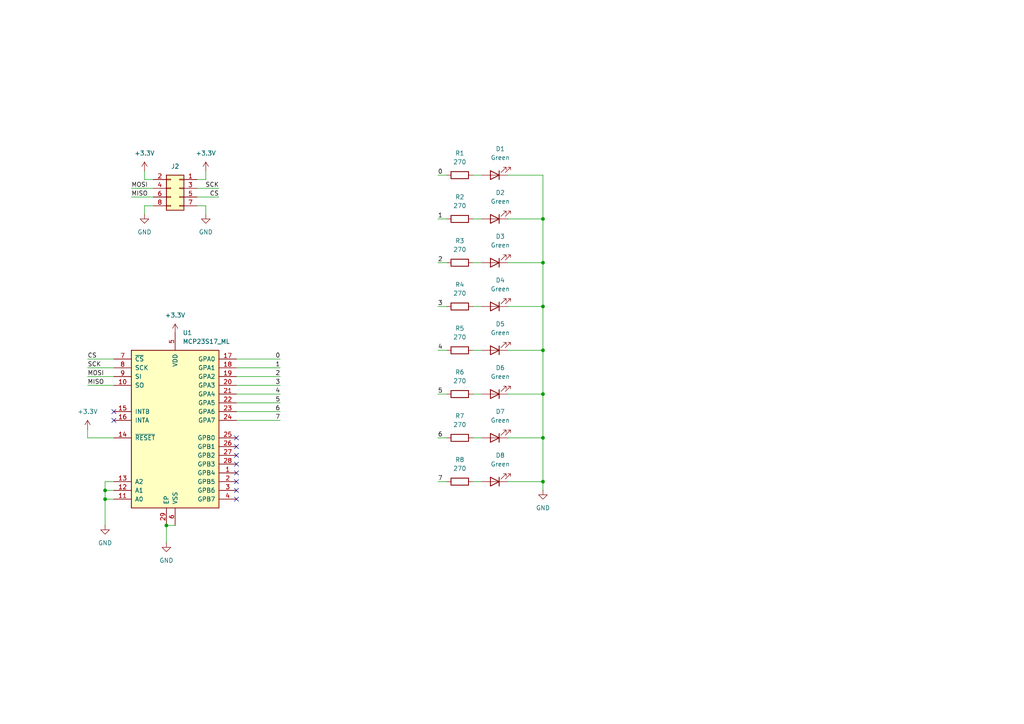
<source format=kicad_sch>
(kicad_sch (version 20231120) (generator "eeschema") (generator_version "8.0")
  (paper "A4")
  (title_block (title "${article} v${version}"))
  (lib_symbols
    (symbol "kicad_inventree_lib:LED_green_1206_reverse" (pin_numbers hide) (pin_names (offset 1.016) hide)
      (property "Reference" "D" (at 0 2.54 0))
      (property "Value" "Green" (at 0 -2.54 0))
      (symbol "LED_green_1206_reverse_0_1"
        (polyline (pts (xy -1.27 -1.27) (xy -1.27 1.27)) (stroke (width 0.254)))
        (polyline (pts (xy -1.27 0) (xy 1.27 0)))
        (polyline (pts (xy 1.27 -1.27) (xy 1.27 1.27) (xy -1.27 0) (xy 1.27 -1.27)) (stroke (width 0.254)))
        (polyline (pts (xy -3.048 -0.762) (xy -4.572 -2.286) (xy -3.81 -2.286) (xy -4.572 -2.286) (xy -4.572 -1.524)))
        (polyline (pts (xy -1.778 -0.762) (xy -3.302 -2.286) (xy -2.54 -2.286) (xy -3.302 -2.286) (xy -3.302 -1.524)))
      )
      (symbol "LED_green_1206_reverse_1_1"
        (pin passive line (at -3.81 0 0) (length 2.54) (name "K") (number "1"))
        (pin passive line (at 3.81 0 180) (length 2.54) (name "A") (number "2"))
      )
    )
    (symbol "kicad_inventree_lib:MCP23S17_ML" (pin_names (offset 1.016))
      (property "Reference" "U" (at -11.43 24.13 0))
      (property "Value" "MCP23S17_ML" (at 0 0 0))
      (symbol "MCP23S17_ML_0_1"
        (rectangle (start -12.7 22.86) (end 12.7 -22.86) (stroke (width 0.254)) (fill (type background)))
      )
      (symbol "MCP23S17_ML_1_1"
        (pin bidirectional line (at 17.78 -12.7 180) (length 5.08) (name "GPB4") (number "1"))
        (pin output line (at -17.78 12.7 0) (length 5.08) (name "SO") (number "10"))
        (pin input line (at -17.78 -20.32 0) (length 5.08) (name "A0") (number "11"))
        (pin input line (at -17.78 -17.78 0) (length 5.08) (name "A1") (number "12"))
        (pin input line (at -17.78 -15.24 0) (length 5.08) (name "A2") (number "13"))
        (pin input line (at -17.78 -2.54 0) (length 5.08) (name "~{RESET}") (number "14"))
        (pin tri_state line (at -17.78 5.08 0) (length 5.08) (name "INTB") (number "15"))
        (pin tri_state line (at -17.78 2.54 0) (length 5.08) (name "INTA") (number "16"))
        (pin bidirectional line (at 17.78 20.32 180) (length 5.08) (name "GPA0") (number "17"))
        (pin bidirectional line (at 17.78 17.78 180) (length 5.08) (name "GPA1") (number "18"))
        (pin bidirectional line (at 17.78 15.24 180) (length 5.08) (name "GPA2") (number "19"))
        (pin bidirectional line (at 17.78 -15.24 180) (length 5.08) (name "GPB5") (number "2"))
        (pin bidirectional line (at 17.78 12.7 180) (length 5.08) (name "GPA3") (number "20"))
        (pin bidirectional line (at 17.78 10.16 180) (length 5.08) (name "GPA4") (number "21"))
        (pin bidirectional line (at 17.78 7.62 180) (length 5.08) (name "GPA5") (number "22"))
        (pin bidirectional line (at 17.78 5.08 180) (length 5.08) (name "GPA6") (number "23"))
        (pin bidirectional line (at 17.78 2.54 180) (length 5.08) (name "GPA7") (number "24"))
        (pin bidirectional line (at 17.78 -2.54 180) (length 5.08) (name "GPB0") (number "25"))
        (pin bidirectional line (at 17.78 -5.08 180) (length 5.08) (name "GPB1") (number "26"))
        (pin bidirectional line (at 17.78 -7.62 180) (length 5.08) (name "GPB2") (number "27"))
        (pin bidirectional line (at 17.78 -10.16 180) (length 5.08) (name "GPB3") (number "28"))
        (pin passive line (at -2.54 -27.94 90) (length 5.08) (name "EP") (number "29"))
        (pin bidirectional line (at 17.78 -17.78 180) (length 5.08) (name "GPB6") (number "3"))
        (pin bidirectional line (at 17.78 -20.32 180) (length 5.08) (name "GPB7") (number "4"))
        (pin power_in line (at 0 27.94 270) (length 5.08) (name "VDD") (number "5"))
        (pin power_in line (at 0 -27.94 90) (length 5.08) (name "VSS") (number "6"))
        (pin input line (at -17.78 20.32 0) (length 5.08) (name "~{CS}") (number "7"))
        (pin input line (at -17.78 17.78 0) (length 5.08) (name "SCK") (number "8"))
        (pin input line (at -17.78 15.24 0) (length 5.08) (name "SI") (number "9"))
      )
    )
    (symbol "kicad_inventree_lib:PinHeader_02x04_P2.54_THT_angle" (pin_names (offset 1.016) hide)
      (property "Reference" "J" (at 1.27 5.08 0))
      (property "Value" "PinHeader_02x04_P2.54_THT_angle" (at 1.27 -7.62 0))
      (symbol "PinHeader_02x04_P2.54_THT_angle_1_1"
        (rectangle (start -1.27 -4.953) (end 0 -5.207) (stroke (width 0.1524)))
        (rectangle (start -1.27 -2.413) (end 0 -2.667) (stroke (width 0.1524)))
        (rectangle (start -1.27 0.127) (end 0 -0.127) (stroke (width 0.1524)))
        (rectangle (start -1.27 2.667) (end 0 2.413) (stroke (width 0.1524)))
        (rectangle (start -1.27 3.81) (end 3.81 -6.35) (stroke (width 0.254)) (fill (type background)))
        (rectangle (start 3.81 -4.953) (end 2.54 -5.207) (stroke (width 0.1524)))
        (rectangle (start 3.81 -2.413) (end 2.54 -2.667) (stroke (width 0.1524)))
        (rectangle (start 3.81 0.127) (end 2.54 -0.127) (stroke (width 0.1524)))
        (rectangle (start 3.81 2.667) (end 2.54 2.413) (stroke (width 0.1524)))
        (pin passive line (at -5.08 2.54 0) (length 3.81) (name "Pin_1") (number "1"))
        (pin passive line (at 7.62 2.54 180) (length 3.81) (name "Pin_2") (number "2"))
        (pin passive line (at -5.08 0 0) (length 3.81) (name "Pin_3") (number "3"))
        (pin passive line (at 7.62 0 180) (length 3.81) (name "Pin_4") (number "4"))
        (pin passive line (at -5.08 -2.54 0) (length 3.81) (name "Pin_5") (number "5"))
        (pin passive line (at 7.62 -2.54 180) (length 3.81) (name "Pin_6") (number "6"))
        (pin passive line (at -5.08 -5.08 0) (length 3.81) (name "Pin_7") (number "7"))
        (pin passive line (at 7.62 -5.08 180) (length 3.81) (name "Pin_8") (number "8"))
      )
    )
    (symbol "kicad_inventree_lib:R_270_1206_1%" (pin_numbers hide) (pin_names (offset 0))
      (property "Reference" "R" (at 2.032 0 90))
      (property "Value" "270" (at 0 0 90))
      (symbol "R_270_1206_1%_0_1"
        (rectangle (start -1.016 -2.54) (end 1.016 2.54) (stroke (width 0.254)))
      )
      (symbol "R_270_1206_1%_1_1"
        (pin passive line (at 0 3.81 270) (length 1.27) (name "~") (number "1"))
        (pin passive line (at 0 -3.81 90) (length 1.27) (name "~") (number "2"))
      )
    )
    (symbol "power:+3.3V" (power) (pin_numbers hide) (pin_names (offset 0) hide)
      (property "Value" "+3.3V" (at 0 3.556 0))
      (symbol "+3.3V_0_1"
        (polyline (pts (xy -0.762 1.27) (xy 0 2.54)))
        (polyline (pts (xy 0 0) (xy 0 2.54)))
        (polyline (pts (xy 0 2.54) (xy 0.762 1.27)))
      )
      (symbol "+3.3V_1_1"
        (pin power_in line (at 0 0 90) (length 0) (name "~") (number "1"))
      )
    )
    (symbol "power:GND" (power) (pin_numbers hide) (pin_names (offset 0) hide)
      (property "Value" "GND" (at 0 -3.81 0))
      (symbol "GND_0_1"
        (polyline (pts (xy 0 0) (xy 0 -1.27) (xy 1.27 -1.27) (xy 0 -2.54) (xy -1.27 -1.27) (xy 0 -1.27)))
      )
      (symbol "GND_1_1"
        (pin power_in line (at 0 0 270) (length 0) (name "~") (number "1"))
      )
    )
  )
  (junction (at 157.48 101.6))
  (junction (at 157.48 63.5))
  (junction (at 30.48 142.24))
  (junction (at 157.48 88.9))
  (junction (at 157.48 139.7))
  (junction (at 157.48 76.2))
  (junction (at 48.26 152.4))
  (junction (at 157.48 114.3))
  (junction (at 157.48 127))
  (junction (at 30.48 144.78))
  (no_connect (at 68.58 134.62))
  (no_connect (at 68.58 144.78))
  (no_connect (at 33.02 119.38))
  (no_connect (at 68.58 137.16))
  (no_connect (at 33.02 121.92))
  (no_connect (at 68.58 132.08))
  (no_connect (at 68.58 129.54))
  (no_connect (at 68.58 139.7))
  (no_connect (at 68.58 127))
  (no_connect (at 68.58 142.24))
  (wire (pts (xy 68.58 111.76) (xy 81.28 111.76)))
  (wire (pts (xy 33.02 142.24) (xy 30.48 142.24)))
  (wire (pts (xy 147.32 127) (xy 157.48 127)))
  (wire (pts (xy 157.48 101.6) (xy 157.48 114.3)))
  (wire (pts (xy 127 139.7) (xy 129.54 139.7)))
  (wire (pts (xy 68.58 121.92) (xy 81.28 121.92)))
  (wire (pts (xy 59.69 52.07) (xy 57.15 52.07)))
  (wire (pts (xy 68.58 109.22) (xy 81.28 109.22)))
  (wire (pts (xy 41.91 52.07) (xy 41.91 49.53)))
  (wire (pts (xy 68.58 114.3) (xy 81.28 114.3)))
  (wire (pts (xy 157.48 63.5) (xy 157.48 76.2)))
  (wire (pts (xy 127 114.3) (xy 129.54 114.3)))
  (wire (pts (xy 147.32 139.7) (xy 157.48 139.7)))
  (wire (pts (xy 147.32 101.6) (xy 157.48 101.6)))
  (wire (pts (xy 25.4 127) (xy 25.4 124.46)))
  (wire (pts (xy 157.48 139.7) (xy 157.48 142.24)))
  (wire (pts (xy 137.16 127) (xy 139.7 127)))
  (wire (pts (xy 38.1 54.61) (xy 44.45 54.61)))
  (wire (pts (xy 38.1 57.15) (xy 44.45 57.15)))
  (wire (pts (xy 30.48 139.7) (xy 30.48 142.24)))
  (wire (pts (xy 137.16 114.3) (xy 139.7 114.3)))
  (wire (pts (xy 137.16 76.2) (xy 139.7 76.2)))
  (wire (pts (xy 30.48 152.4) (xy 30.48 144.78)))
  (wire (pts (xy 59.69 59.69) (xy 57.15 59.69)))
  (wire (pts (xy 30.48 142.24) (xy 30.48 144.78)))
  (wire (pts (xy 137.16 88.9) (xy 139.7 88.9)))
  (wire (pts (xy 157.48 114.3) (xy 157.48 127)))
  (wire (pts (xy 157.48 88.9) (xy 157.48 101.6)))
  (wire (pts (xy 147.32 88.9) (xy 157.48 88.9)))
  (wire (pts (xy 147.32 76.2) (xy 157.48 76.2)))
  (wire (pts (xy 137.16 63.5) (xy 139.7 63.5)))
  (wire (pts (xy 59.69 49.53) (xy 59.69 52.07)))
  (wire (pts (xy 157.48 50.8) (xy 157.48 63.5)))
  (wire (pts (xy 25.4 106.68) (xy 33.02 106.68)))
  (wire (pts (xy 57.15 54.61) (xy 63.5 54.61)))
  (wire (pts (xy 127 63.5) (xy 129.54 63.5)))
  (wire (pts (xy 25.4 104.14) (xy 33.02 104.14)))
  (wire (pts (xy 57.15 57.15) (xy 63.5 57.15)))
  (wire (pts (xy 68.58 106.68) (xy 81.28 106.68)))
  (wire (pts (xy 44.45 59.69) (xy 41.91 59.69)))
  (wire (pts (xy 127 127) (xy 129.54 127)))
  (wire (pts (xy 127 76.2) (xy 129.54 76.2)))
  (wire (pts (xy 59.69 62.23) (xy 59.69 59.69)))
  (wire (pts (xy 30.48 144.78) (xy 33.02 144.78)))
  (wire (pts (xy 68.58 104.14) (xy 81.28 104.14)))
  (wire (pts (xy 48.26 152.4) (xy 50.8 152.4)))
  (wire (pts (xy 147.32 63.5) (xy 157.48 63.5)))
  (wire (pts (xy 137.16 50.8) (xy 139.7 50.8)))
  (wire (pts (xy 68.58 116.84) (xy 81.28 116.84)))
  (wire (pts (xy 147.32 114.3) (xy 157.48 114.3)))
  (wire (pts (xy 127 88.9) (xy 129.54 88.9)))
  (wire (pts (xy 127 101.6) (xy 129.54 101.6)))
  (wire (pts (xy 147.32 50.8) (xy 157.48 50.8)))
  (wire (pts (xy 157.48 127) (xy 157.48 139.7)))
  (wire (pts (xy 41.91 59.69) (xy 41.91 62.23)))
  (wire (pts (xy 137.16 101.6) (xy 139.7 101.6)))
  (wire (pts (xy 68.58 119.38) (xy 81.28 119.38)))
  (wire (pts (xy 137.16 139.7) (xy 139.7 139.7)))
  (wire (pts (xy 44.45 52.07) (xy 41.91 52.07)))
  (wire (pts (xy 48.26 152.4) (xy 48.26 157.48)))
  (wire (pts (xy 127 50.8) (xy 129.54 50.8)))
  (wire (pts (xy 25.4 109.22) (xy 33.02 109.22)))
  (wire (pts (xy 33.02 139.7) (xy 30.48 139.7)))
  (wire (pts (xy 25.4 111.76) (xy 33.02 111.76)))
  (wire (pts (xy 157.48 76.2) (xy 157.48 88.9)))
  (wire (pts (xy 33.02 127) (xy 25.4 127)))
  (label "3" (at 127 88.9 0))
  (label "2" (at 81.28 109.22 180))
  (label "SCK" (at 63.5 54.61 180))
  (label "6" (at 81.28 119.38 180))
  (label "2" (at 127 76.2 0))
  (label "SCK" (at 25.4 106.68 0))
  (label "7" (at 81.28 121.92 180))
  (label "MOSI" (at 38.1 54.61 0))
  (label "0" (at 127 50.8 0))
  (label "3" (at 81.28 111.76 180))
  (label "1" (at 127 63.5 0))
  (label "6" (at 127 127 0))
  (label "MISO" (at 38.1 57.15 0))
  (label "1" (at 81.28 106.68 180))
  (label "4" (at 81.28 114.3 180))
  (label "0" (at 81.28 104.14 180))
  (label "CS" (at 63.5 57.15 180))
  (label "MOSI" (at 25.4 109.22 0))
  (label "5" (at 81.28 116.84 180))
  (label "MISO" (at 25.4 111.76 0))
  (label "CS" (at 25.4 104.14 0))
  (label "4" (at 127 101.6 0))
  (label "7" (at 127 139.7 0))
  (label "5" (at 127 114.3 0))
  (symbol (lib_id "power:GND") (at 59.69 62.23 0) (unit 1)
    (property "Reference" "#PWR06" (effects (hide yes)))
    (property "Value" "GND" (at 59.69 67.31 0))
    (property "Description" "Power symbol creates a global label with name \"GND\" , ground" (effects (hide yes)))
  )
  (symbol (lib_id "power:+3.3V") (at 41.91 49.53 0) (unit 1)
    (property "Reference" "#PWR03" (effects (hide yes)))
    (property "Value" "+3.3V" (at 41.91 44.45 0))
    (property "Description" "Power symbol creates a global label with name \"+3.3V\"" (effects (hide yes)))
  )
  (symbol (lib_id "kicad_inventree_lib:LED_green_1206_reverse") (at 143.51 127 180) (unit 1)
    (property "Reference" "D7" (at 145.0975 119.38 0))
    (property "Value" "Green" (at 145.0975 121.92 0))
    (property "Footprint" "kicad_inventree_lib:LED_1206_3216Metric_ReverseMount_Hole1.8x2.4mm" (effects (hide yes)))
    (property "Datasheet" "http://inventree.network/part/129/" (effects (hide yes)))
    (property "Description" "Light emitting diode" (effects (hide yes)))
    (property "part_ipn" "LED_green_1206_reverse" (effects (hide yes)))
  )
  (symbol (lib_id "power:GND") (at 41.91 62.23 0) (unit 1)
    (property "Reference" "#PWR04" (effects (hide yes)))
    (property "Value" "GND" (at 41.91 67.31 0))
    (property "Description" "Power symbol creates a global label with name \"GND\" , ground" (effects (hide yes)))
  )
  (symbol (lib_id "kicad_inventree_lib:LED_green_1206_reverse") (at 143.51 76.2 180) (unit 1)
    (property "Reference" "D3" (at 145.0975 68.58 0))
    (property "Value" "Green" (at 145.0975 71.12 0))
    (property "Footprint" "kicad_inventree_lib:LED_1206_3216Metric_ReverseMount_Hole1.8x2.4mm" (effects (hide yes)))
    (property "Datasheet" "http://inventree.network/part/129/" (effects (hide yes)))
    (property "Description" "Light emitting diode" (effects (hide yes)))
    (property "part_ipn" "LED_green_1206_reverse" (effects (hide yes)))
  )
  (symbol (lib_id "power:+3.3V") (at 59.69 49.53 0) (unit 1)
    (property "Reference" "#PWR05" (effects (hide yes)))
    (property "Value" "+3.3V" (at 59.69 44.45 0))
    (property "Description" "Power symbol creates a global label with name \"+3.3V\"" (effects (hide yes)))
  )
  (symbol (lib_id "power:GND") (at 48.26 157.48 0) (unit 1)
    (property "Reference" "#PWR07" (effects (hide yes)))
    (property "Value" "GND" (at 48.26 162.56 0))
    (property "Description" "Power symbol creates a global label with name \"GND\" , ground" (effects (hide yes)))
  )
  (symbol (lib_id "power:+3.3V") (at 50.8 96.52 0) (unit 1)
    (property "Reference" "#PWR08" (effects (hide yes)))
    (property "Value" "+3.3V" (at 50.8 91.44 0))
    (property "Description" "Power symbol creates a global label with name \"+3.3V\"" (effects (hide yes)))
  )
  (symbol (lib_id "kicad_inventree_lib:R_270_1206_1%") (at 133.35 76.2 90) (unit 1)
    (property "Reference" "R3" (at 133.35 69.85 90))
    (property "Value" "270" (at 133.35 72.39 90))
    (property "Footprint" "Resistor_SMD:R_1206_3216Metric_Pad1.30x1.75mm_HandSolder" (effects (hide yes)))
    (property "Datasheet" "https://www.hqonline.com/product-detail/chip-resistors-fojan-frc2512f1101ts-2500371841" (effects (hide yes)))
    (property "Description" "Resistor" (effects (hide yes)))
    (property "NextPCB_price" "0.00289" (effects (hide yes)))
    (property "NextPCB_url" "https://www.hqonline.com/product-detail/chip-resistors-ralec-rtt062700ftp-2500346938" (effects (hide yes)))
    (property "part_ipn" "R_270_1206_1%" (effects (hide yes)))
  )
  (symbol (lib_id "kicad_inventree_lib:R_270_1206_1%") (at 133.35 139.7 90) (unit 1)
    (property "Reference" "R8" (at 133.35 133.35 90))
    (property "Value" "270" (at 133.35 135.89 90))
    (property "Footprint" "Resistor_SMD:R_1206_3216Metric_Pad1.30x1.75mm_HandSolder" (effects (hide yes)))
    (property "Datasheet" "https://www.hqonline.com/product-detail/chip-resistors-fojan-frc2512f1101ts-2500371841" (effects (hide yes)))
    (property "Description" "Resistor" (effects (hide yes)))
    (property "NextPCB_price" "0.00289" (effects (hide yes)))
    (property "NextPCB_url" "https://www.hqonline.com/product-detail/chip-resistors-ralec-rtt062700ftp-2500346938" (effects (hide yes)))
    (property "part_ipn" "R_270_1206_1%" (effects (hide yes)))
  )
  (symbol (lib_id "kicad_inventree_lib:R_270_1206_1%") (at 133.35 63.5 90) (unit 1)
    (property "Reference" "R2" (at 133.35 57.15 90))
    (property "Value" "270" (at 133.35 59.69 90))
    (property "Footprint" "Resistor_SMD:R_1206_3216Metric_Pad1.30x1.75mm_HandSolder" (effects (hide yes)))
    (property "Datasheet" "https://www.hqonline.com/product-detail/chip-resistors-fojan-frc2512f1101ts-2500371841" (effects (hide yes)))
    (property "Description" "Resistor" (effects (hide yes)))
    (property "NextPCB_price" "0.00289" (effects (hide yes)))
    (property "NextPCB_url" "https://www.hqonline.com/product-detail/chip-resistors-ralec-rtt062700ftp-2500346938" (effects (hide yes)))
    (property "part_ipn" "R_270_1206_1%" (effects (hide yes)))
  )
  (symbol (lib_id "power:+3.3V") (at 25.4 124.46 0) (unit 1)
    (property "Reference" "#PWR09" (effects (hide yes)))
    (property "Value" "+3.3V" (at 25.4 119.38 0))
    (property "Description" "Power symbol creates a global label with name \"+3.3V\"" (effects (hide yes)))
  )
  (symbol (lib_id "power:GND") (at 30.48 152.4 0) (unit 1)
    (property "Reference" "#PWR02" (effects (hide yes)))
    (property "Value" "GND" (at 30.48 157.48 0))
    (property "Description" "Power symbol creates a global label with name \"GND\" , ground" (effects (hide yes)))
  )
  (symbol (lib_id "kicad_inventree_lib:R_270_1206_1%") (at 133.35 50.8 90) (unit 1)
    (property "Reference" "R1" (at 133.35 44.45 90))
    (property "Value" "270" (at 133.35 46.99 90))
    (property "Footprint" "Resistor_SMD:R_1206_3216Metric_Pad1.30x1.75mm_HandSolder" (effects (hide yes)))
    (property "Datasheet" "https://www.hqonline.com/product-detail/chip-resistors-fojan-frc2512f1101ts-2500371841" (effects (hide yes)))
    (property "Description" "Resistor" (effects (hide yes)))
    (property "NextPCB_price" "0.00289" (effects (hide yes)))
    (property "NextPCB_url" "https://www.hqonline.com/product-detail/chip-resistors-ralec-rtt062700ftp-2500346938" (effects (hide yes)))
    (property "part_ipn" "R_270_1206_1%" (effects (hide yes)))
  )
  (symbol (lib_id "power:GND") (at 157.48 142.24 0) (unit 1)
    (property "Reference" "#PWR01" (effects (hide yes)))
    (property "Value" "GND" (at 157.48 147.32 0))
    (property "Description" "Power symbol creates a global label with name \"GND\" , ground" (effects (hide yes)))
  )
  (symbol (lib_id "kicad_inventree_lib:R_270_1206_1%") (at 133.35 88.9 90) (unit 1)
    (property "Reference" "R4" (at 133.35 82.55 90))
    (property "Value" "270" (at 133.35 85.09 90))
    (property "Footprint" "Resistor_SMD:R_1206_3216Metric_Pad1.30x1.75mm_HandSolder" (effects (hide yes)))
    (property "Datasheet" "https://www.hqonline.com/product-detail/chip-resistors-fojan-frc2512f1101ts-2500371841" (effects (hide yes)))
    (property "Description" "Resistor" (effects (hide yes)))
    (property "NextPCB_price" "0.00289" (effects (hide yes)))
    (property "NextPCB_url" "https://www.hqonline.com/product-detail/chip-resistors-ralec-rtt062700ftp-2500346938" (effects (hide yes)))
    (property "part_ipn" "R_270_1206_1%" (effects (hide yes)))
  )
  (symbol (lib_id "kicad_inventree_lib:LED_green_1206_reverse") (at 143.51 50.8 180) (unit 1)
    (property "Reference" "D1" (at 145.0975 43.18 0))
    (property "Value" "Green" (at 145.0975 45.72 0))
    (property "Footprint" "kicad_inventree_lib:LED_1206_3216Metric_ReverseMount_Hole1.8x2.4mm" (effects (hide yes)))
    (property "Datasheet" "http://inventree.network/part/129/" (effects (hide yes)))
    (property "Description" "Light emitting diode" (effects (hide yes)))
    (property "part_ipn" "LED_green_1206_reverse" (effects (hide yes)))
  )
  (symbol (lib_id "kicad_inventree_lib:R_270_1206_1%") (at 133.35 127 90) (unit 1)
    (property "Reference" "R7" (at 133.35 120.65 90))
    (property "Value" "270" (at 133.35 123.19 90))
    (property "Footprint" "Resistor_SMD:R_1206_3216Metric_Pad1.30x1.75mm_HandSolder" (effects (hide yes)))
    (property "Datasheet" "https://www.hqonline.com/product-detail/chip-resistors-fojan-frc2512f1101ts-2500371841" (effects (hide yes)))
    (property "Description" "Resistor" (effects (hide yes)))
    (property "NextPCB_price" "0.00289" (effects (hide yes)))
    (property "NextPCB_url" "https://www.hqonline.com/product-detail/chip-resistors-ralec-rtt062700ftp-2500346938" (effects (hide yes)))
    (property "part_ipn" "R_270_1206_1%" (effects (hide yes)))
  )
  (symbol (lib_id "kicad_inventree_lib:PinHeader_02x04_P2.54_THT_angle") (at 52.07 54.61 0) (mirror y) (unit 1)
    (property "Reference" "J2" (at 50.8 48.26 0))
    (property "Value" "PinHeader_02x04_P2.54_THT_angle" (effects (hide yes)))
    (property "Footprint" "Connector_PinHeader_2.54mm:PinHeader_2x04_P2.54mm_Horizontal" (effects (hide yes)))
    (property "Datasheet" "http://inventree.network/part/128/" (effects (hide yes)))
    (property "Description" "Generic connector, double row, 02x04, odd/even pin numbering scheme (row 1 odd numbers, row 2 even numbers), script generated (kicad-library-utils/schlib/autogen/connector/)" (effects (hide yes)))
    (property "part_ipn" "PinHeader_02x04_P2.54_THT_angle" (effects (hide yes)))
  )
  (symbol (lib_id "kicad_inventree_lib:R_270_1206_1%") (at 133.35 114.3 90) (unit 1)
    (property "Reference" "R6" (at 133.35 107.95 90))
    (property "Value" "270" (at 133.35 110.49 90))
    (property "Footprint" "Resistor_SMD:R_1206_3216Metric_Pad1.30x1.75mm_HandSolder" (effects (hide yes)))
    (property "Datasheet" "https://www.hqonline.com/product-detail/chip-resistors-fojan-frc2512f1101ts-2500371841" (effects (hide yes)))
    (property "Description" "Resistor" (effects (hide yes)))
    (property "NextPCB_price" "0.00289" (effects (hide yes)))
    (property "NextPCB_url" "https://www.hqonline.com/product-detail/chip-resistors-ralec-rtt062700ftp-2500346938" (effects (hide yes)))
    (property "part_ipn" "R_270_1206_1%" (effects (hide yes)))
  )
  (symbol (lib_id "kicad_inventree_lib:LED_green_1206_reverse") (at 143.51 101.6 180) (unit 1)
    (property "Reference" "D5" (at 145.0975 93.98 0))
    (property "Value" "Green" (at 145.0975 96.52 0))
    (property "Footprint" "kicad_inventree_lib:LED_1206_3216Metric_ReverseMount_Hole1.8x2.4mm" (effects (hide yes)))
    (property "Datasheet" "http://inventree.network/part/129/" (effects (hide yes)))
    (property "Description" "Light emitting diode" (effects (hide yes)))
    (property "part_ipn" "LED_green_1206_reverse" (effects (hide yes)))
  )
  (symbol (lib_id "kicad_inventree_lib:LED_green_1206_reverse") (at 143.51 63.5 180) (unit 1)
    (property "Reference" "D2" (at 145.0975 55.88 0))
    (property "Value" "Green" (at 145.0975 58.42 0))
    (property "Footprint" "kicad_inventree_lib:LED_1206_3216Metric_ReverseMount_Hole1.8x2.4mm" (effects (hide yes)))
    (property "Datasheet" "http://inventree.network/part/129/" (effects (hide yes)))
    (property "Description" "Light emitting diode" (effects (hide yes)))
    (property "part_ipn" "LED_green_1206_reverse" (effects (hide yes)))
  )
  (symbol (lib_id "kicad_inventree_lib:MCP23S17_ML") (at 50.8 124.46 0) (unit 1)
    (property "Reference" "U1" (at 52.9941 96.52 0) (effects (justify left)))
    (property "Value" "MCP23S17_ML" (at 52.9941 99.06 0) (effects (justify left)))
    (property "Footprint" "Package_DFN_QFN:QFN-28-1EP_6x6mm_P0.65mm_EP4.25x4.25mm" (effects (hide yes)))
    (property "Datasheet" "http://inventree.network/part/106/" (effects (hide yes)))
    (property "Description" "16-bit I/O expander, SPI, interrupts, w pull-ups, QFN-28" (effects (hide yes)))
    (property "part_ipn" "MCP23S17-E/ML" (effects (hide yes)))
  )
  (symbol (lib_id "kicad_inventree_lib:LED_green_1206_reverse") (at 143.51 114.3 180) (unit 1)
    (property "Reference" "D6" (at 145.0975 106.68 0))
    (property "Value" "Green" (at 145.0975 109.22 0))
    (property "Footprint" "kicad_inventree_lib:LED_1206_3216Metric_ReverseMount_Hole1.8x2.4mm" (effects (hide yes)))
    (property "Datasheet" "http://inventree.network/part/129/" (effects (hide yes)))
    (property "Description" "Light emitting diode" (effects (hide yes)))
    (property "part_ipn" "LED_green_1206_reverse" (effects (hide yes)))
  )
  (symbol (lib_id "kicad_inventree_lib:LED_green_1206_reverse") (at 143.51 139.7 180) (unit 1)
    (property "Reference" "D8" (at 145.0975 132.08 0))
    (property "Value" "Green" (at 145.0975 134.62 0))
    (property "Footprint" "kicad_inventree_lib:LED_1206_3216Metric_ReverseMount_Hole1.8x2.4mm" (effects (hide yes)))
    (property "Datasheet" "http://inventree.network/part/129/" (effects (hide yes)))
    (property "Description" "Light emitting diode" (effects (hide yes)))
    (property "part_ipn" "LED_green_1206_reverse" (effects (hide yes)))
  )
  (symbol (lib_id "kicad_inventree_lib:LED_green_1206_reverse") (at 143.51 88.9 180) (unit 1)
    (property "Reference" "D4" (at 145.0975 81.28 0))
    (property "Value" "Green" (at 145.0975 83.82 0))
    (property "Footprint" "kicad_inventree_lib:LED_1206_3216Metric_ReverseMount_Hole1.8x2.4mm" (effects (hide yes)))
    (property "Datasheet" "http://inventree.network/part/129/" (effects (hide yes)))
    (property "Description" "Light emitting diode" (effects (hide yes)))
    (property "part_ipn" "LED_green_1206_reverse" (effects (hide yes)))
  )
  (symbol (lib_id "kicad_inventree_lib:R_270_1206_1%") (at 133.35 101.6 90) (unit 1)
    (property "Reference" "R5" (at 133.35 95.25 90))
    (property "Value" "270" (at 133.35 97.79 90))
    (property "Footprint" "Resistor_SMD:R_1206_3216Metric_Pad1.30x1.75mm_HandSolder" (effects (hide yes)))
    (property "Datasheet" "https://www.hqonline.com/product-detail/chip-resistors-fojan-frc2512f1101ts-2500371841" (effects (hide yes)))
    (property "Description" "Resistor" (effects (hide yes)))
    (property "NextPCB_price" "0.00289" (effects (hide yes)))
    (property "NextPCB_url" "https://www.hqonline.com/product-detail/chip-resistors-ralec-rtt062700ftp-2500346938" (effects (hide yes)))
    (property "part_ipn" "R_270_1206_1%" (effects (hide yes)))
  )
)
</source>
